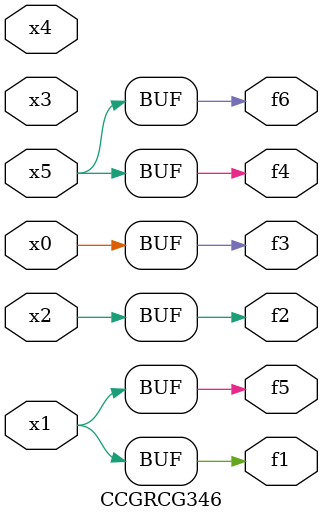
<source format=v>
module CCGRCG346(
	input x0, x1, x2, x3, x4, x5,
	output f1, f2, f3, f4, f5, f6
);
	assign f1 = x1;
	assign f2 = x2;
	assign f3 = x0;
	assign f4 = x5;
	assign f5 = x1;
	assign f6 = x5;
endmodule

</source>
